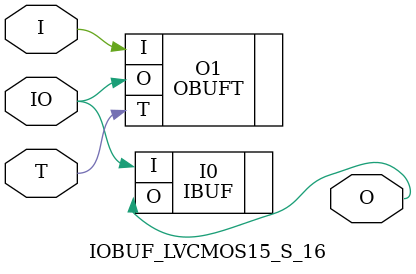
<source format=v>


`timescale  1 ps / 1 ps


module IOBUF_LVCMOS15_S_16 (O, IO, I, T);

    output O;

    inout  IO;

    input  I, T;

        OBUFT #(.IOSTANDARD("LVCMOS15"), .SLEW("SLOW"), .DRIVE(16)) O1 (.O(IO), .I(I), .T(T)); 
	IBUF #(.IOSTANDARD("LVCMOS15"))  I0 (.O(O), .I(IO));
        

endmodule



</source>
